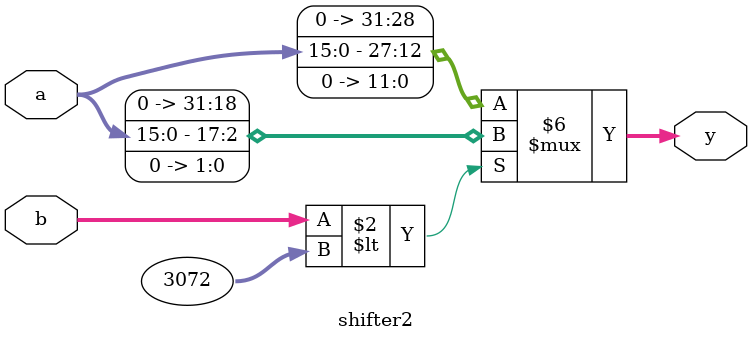
<source format=v>
module shifter2 (a,b,y); 



input [15:0] a;
input [15:0] b; 

output reg [31:0] y; 


always @ (a or b) //input or select
begin

if(b < 3072 )
y= a <<2;
else
y= a <<12;

end


     
endmodule

</source>
